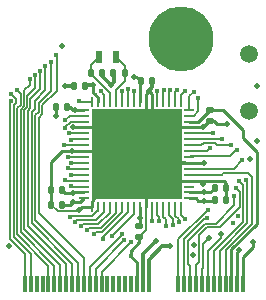
<source format=gtl>
%TF.GenerationSoftware,KiCad,Pcbnew,8.0.8*%
%TF.CreationDate,2025-02-15T11:44:30-05:00*%
%TF.ProjectId,caravel-M.2-card-QFN,63617261-7665-46c2-9d4d-2e322d636172,1*%
%TF.SameCoordinates,Original*%
%TF.FileFunction,Copper,L1,Top*%
%TF.FilePolarity,Positive*%
%FSLAX46Y46*%
G04 Gerber Fmt 4.6, Leading zero omitted, Abs format (unit mm)*
G04 Created by KiCad (PCBNEW 8.0.8) date 2025-02-15 11:44:30*
%MOMM*%
%LPD*%
G01*
G04 APERTURE LIST*
G04 Aperture macros list*
%AMRoundRect*
0 Rectangle with rounded corners*
0 $1 Rounding radius*
0 $2 $3 $4 $5 $6 $7 $8 $9 X,Y pos of 4 corners*
0 Add a 4 corners polygon primitive as box body*
4,1,4,$2,$3,$4,$5,$6,$7,$8,$9,$2,$3,0*
0 Add four circle primitives for the rounded corners*
1,1,$1+$1,$2,$3*
1,1,$1+$1,$4,$5*
1,1,$1+$1,$6,$7*
1,1,$1+$1,$8,$9*
0 Add four rect primitives between the rounded corners*
20,1,$1+$1,$2,$3,$4,$5,0*
20,1,$1+$1,$4,$5,$6,$7,0*
20,1,$1+$1,$6,$7,$8,$9,0*
20,1,$1+$1,$8,$9,$2,$3,0*%
G04 Aperture macros list end*
%TA.AperFunction,SMDPad,CuDef*%
%ADD10RoundRect,0.140000X-0.140000X-0.170000X0.140000X-0.170000X0.140000X0.170000X-0.140000X0.170000X0*%
%TD*%
%TA.AperFunction,SMDPad,CuDef*%
%ADD11RoundRect,0.140000X0.140000X0.170000X-0.140000X0.170000X-0.140000X-0.170000X0.140000X-0.170000X0*%
%TD*%
%TA.AperFunction,SMDPad,CuDef*%
%ADD12RoundRect,0.140000X-0.170000X0.140000X-0.170000X-0.140000X0.170000X-0.140000X0.170000X0.140000X0*%
%TD*%
%TA.AperFunction,SMDPad,CuDef*%
%ADD13RoundRect,0.062500X0.062500X-0.362500X0.062500X0.362500X-0.062500X0.362500X-0.062500X-0.362500X0*%
%TD*%
%TA.AperFunction,SMDPad,CuDef*%
%ADD14RoundRect,0.062500X0.362500X-0.062500X0.362500X0.062500X-0.362500X0.062500X-0.362500X-0.062500X0*%
%TD*%
%TA.AperFunction,SMDPad,CuDef*%
%ADD15R,7.650000X7.650000*%
%TD*%
%TA.AperFunction,SMDPad,CuDef*%
%ADD16RoundRect,0.140000X0.170000X-0.140000X0.170000X0.140000X-0.170000X0.140000X-0.170000X-0.140000X0*%
%TD*%
%TA.AperFunction,SMDPad,CuDef*%
%ADD17R,0.350000X1.450000*%
%TD*%
%TA.AperFunction,ComponentPad*%
%ADD18C,5.500000*%
%TD*%
%TA.AperFunction,ComponentPad*%
%ADD19C,1.500000*%
%TD*%
%TA.AperFunction,SMDPad,CuDef*%
%ADD20R,0.600000X1.100000*%
%TD*%
%TA.AperFunction,ViaPad*%
%ADD21C,0.500000*%
%TD*%
%TA.AperFunction,ViaPad*%
%ADD22C,0.406400*%
%TD*%
%TA.AperFunction,Conductor*%
%ADD23C,0.152400*%
%TD*%
%TA.AperFunction,Conductor*%
%ADD24C,0.254000*%
%TD*%
%TA.AperFunction,Conductor*%
%ADD25C,0.304800*%
%TD*%
G04 APERTURE END LIST*
D10*
X74058729Y-24053049D03*
X75018729Y-24053049D03*
D11*
X81288729Y-34113049D03*
X80328729Y-34113049D03*
D10*
X66468729Y-34483049D03*
X67428729Y-34483049D03*
X66858729Y-26223049D03*
X67818729Y-26223049D03*
D11*
X69375129Y-24453049D03*
X68415129Y-24453049D03*
X72718729Y-23353049D03*
X71758729Y-23353049D03*
D10*
X66468729Y-33233049D03*
X67428729Y-33233049D03*
D12*
X79938729Y-26473049D03*
X79938729Y-27433049D03*
D13*
X69978729Y-34653049D03*
X70478729Y-34653049D03*
X70978729Y-34653049D03*
X71478729Y-34653049D03*
X71978729Y-34653049D03*
X72478729Y-34653049D03*
X72978729Y-34653049D03*
X73478729Y-34653049D03*
X73978729Y-34653049D03*
X74478729Y-34653049D03*
X74978729Y-34653049D03*
X75478729Y-34653049D03*
X75978729Y-34653049D03*
X76478729Y-34653049D03*
X76978729Y-34653049D03*
X77478729Y-34653049D03*
D14*
X78178729Y-33953049D03*
X78178729Y-33453049D03*
X78178729Y-32953049D03*
X78178729Y-32453049D03*
X78178729Y-31953049D03*
X78178729Y-31453049D03*
X78178729Y-30953049D03*
X78178729Y-30453049D03*
X78178729Y-29953049D03*
X78178729Y-29453049D03*
X78178729Y-28953049D03*
X78178729Y-28453049D03*
X78178729Y-27953049D03*
X78178729Y-27453049D03*
X78178729Y-26953049D03*
X78178729Y-26453049D03*
D13*
X77478729Y-25753049D03*
X76978729Y-25753049D03*
X76478729Y-25753049D03*
X75978729Y-25753049D03*
X75478729Y-25753049D03*
X74978729Y-25753049D03*
X74478729Y-25753049D03*
X73978729Y-25753049D03*
X73478729Y-25753049D03*
X72978729Y-25753049D03*
X72478729Y-25753049D03*
X71978729Y-25753049D03*
X71478729Y-25753049D03*
X70978729Y-25753049D03*
X70478729Y-25753049D03*
X69978729Y-25753049D03*
D14*
X69278729Y-26453049D03*
X69278729Y-26953049D03*
X69278729Y-27453049D03*
X69278729Y-27953049D03*
X69278729Y-28453049D03*
X69278729Y-28953049D03*
X69278729Y-29453049D03*
X69278729Y-29953049D03*
X69278729Y-30453049D03*
X69278729Y-30953049D03*
X69278729Y-31453049D03*
X69278729Y-31953049D03*
X69278729Y-32453049D03*
X69278729Y-32953049D03*
X69278729Y-33453049D03*
X69278729Y-33953049D03*
D15*
X73728729Y-30203049D03*
D16*
X73958729Y-37243049D03*
X73958729Y-36283049D03*
D17*
X82748140Y-41227460D03*
X82247760Y-41227460D03*
X81749920Y-41227460D03*
X81249540Y-41227460D03*
X80749160Y-41227460D03*
X80248780Y-41227460D03*
X79748400Y-41227460D03*
X79248020Y-41227460D03*
X78747640Y-41227460D03*
X78249800Y-41227460D03*
X77749420Y-41227460D03*
X77249040Y-41227460D03*
X74749680Y-41227460D03*
X74249300Y-41227460D03*
X73748920Y-41227460D03*
X73251080Y-41227460D03*
X72750700Y-41227460D03*
X72250320Y-41227460D03*
X71752480Y-41227460D03*
X71252100Y-41227460D03*
X70751720Y-41227460D03*
X70251340Y-41227460D03*
X69750960Y-41227460D03*
X69250580Y-41227460D03*
X68750200Y-41227460D03*
X68252360Y-41227460D03*
X67751980Y-41227460D03*
X67251600Y-41227460D03*
X66751220Y-41227460D03*
X66250840Y-41227460D03*
X65750460Y-41227460D03*
X65250080Y-41227460D03*
X64752240Y-41227460D03*
X64251860Y-41227460D03*
D18*
X77450000Y-20500000D03*
D11*
X70818729Y-23353049D03*
X69858729Y-23353049D03*
D19*
X83238729Y-21703049D03*
X83238729Y-26583049D03*
D11*
X81288729Y-33046249D03*
X80328729Y-33046249D03*
D20*
X70538729Y-21953049D03*
X71938729Y-21953049D03*
D21*
X67438729Y-21041849D03*
D22*
X73228729Y-38874349D03*
D21*
X78518729Y-38771049D03*
X74723861Y-24851338D03*
X79338729Y-27953049D03*
X83881129Y-29068249D03*
D22*
X75038729Y-30403049D03*
X82306329Y-35469049D03*
D21*
X62938729Y-38003049D03*
X79358729Y-32743049D03*
D22*
X81899929Y-36027849D03*
D21*
X83938729Y-24453049D03*
X83338729Y-30653049D03*
X81338729Y-27653049D03*
X67675929Y-24445449D03*
X71538729Y-24353049D03*
X68328729Y-27953049D03*
X68208729Y-29953049D03*
X79438729Y-30963049D03*
X66858729Y-26963049D03*
X68858729Y-34923049D03*
D22*
X77738729Y-30953049D03*
D21*
X83598729Y-37646308D03*
X68308729Y-33473049D03*
X68508729Y-26453049D03*
X75338729Y-37553049D03*
X73978729Y-35653049D03*
X80838729Y-36953049D03*
X76515129Y-38009049D03*
X73467129Y-23683449D03*
X70063529Y-24343849D03*
X82407929Y-38313849D03*
X79438729Y-34153049D03*
X68368729Y-34293049D03*
X78572529Y-37932849D03*
X79833729Y-37348049D03*
X79408729Y-33453049D03*
D22*
X77801662Y-35726541D03*
X83008729Y-32403049D03*
X82648729Y-30733049D03*
X77286680Y-35943459D03*
X82398729Y-32473049D03*
X82218729Y-29893049D03*
X76780539Y-36180275D03*
X81718729Y-29403049D03*
X82098729Y-33073049D03*
X76227055Y-36257188D03*
X80978729Y-28903049D03*
X81988729Y-33713049D03*
X80213729Y-28428049D03*
X79718729Y-35603049D03*
X79958729Y-29683049D03*
X79728729Y-34933049D03*
X75638729Y-35853049D03*
X75038729Y-35853049D03*
X71608729Y-37113049D03*
X70908729Y-37373049D03*
X70148729Y-36963049D03*
X69508729Y-36613049D03*
X68978729Y-36333049D03*
X78938729Y-25453049D03*
X73268729Y-37643049D03*
X68468729Y-35933049D03*
X72682260Y-37480993D03*
X78538729Y-24953049D03*
X68068729Y-35503049D03*
X72438729Y-36978049D03*
X77838729Y-24853049D03*
X68138729Y-32884349D03*
X66913929Y-21854649D03*
X77135617Y-24764884D03*
X67641496Y-32400282D03*
X66507529Y-22413449D03*
X76577729Y-24743369D03*
X68158729Y-31953049D03*
X65999529Y-22769049D03*
X76021615Y-24792756D03*
X67882941Y-31418837D03*
X75468710Y-24873726D03*
X65537132Y-23129337D03*
X68198729Y-30953049D03*
X65144197Y-23526657D03*
X73478729Y-24903049D03*
X67906557Y-30477300D03*
X72978729Y-24653049D03*
X64678729Y-23835849D03*
X67588729Y-29453049D03*
X63561129Y-24801049D03*
X72478729Y-24903049D03*
X68178729Y-28973049D03*
X67983491Y-28449999D03*
X67658729Y-27963049D03*
X63053129Y-25156649D03*
X70673129Y-24903049D03*
X67635332Y-27359652D03*
X63042629Y-25733049D03*
X68847067Y-25721376D03*
D23*
X67038729Y-35053049D02*
X68728729Y-35053049D01*
D24*
X74978729Y-25106206D02*
X74978729Y-25753049D01*
X80288729Y-27433049D02*
X80488729Y-27633049D01*
X79338729Y-27953049D02*
X79858729Y-27433049D01*
X66858729Y-26223049D02*
X66858729Y-26963049D01*
X79858729Y-27433049D02*
X80288729Y-27433049D01*
X78178729Y-27953049D02*
X75978729Y-27953049D01*
X74478729Y-34653049D02*
X74478729Y-30953049D01*
X73228729Y-38874349D02*
X73748920Y-39394540D01*
X69128729Y-34653049D02*
X68858729Y-34923049D01*
X73958729Y-37663049D02*
X73958729Y-37243049D01*
D25*
X71538729Y-24353049D02*
X71790729Y-24101049D01*
D24*
X81338729Y-27653049D02*
X80508729Y-27653049D01*
X78178729Y-32453049D02*
X75978729Y-32453049D01*
X67358729Y-29953049D02*
X68208729Y-29953049D01*
X74978729Y-25753049D02*
X74978729Y-28953049D01*
D23*
X74528729Y-36673049D02*
X73958729Y-37243049D01*
D24*
X79068729Y-32453049D02*
X78178729Y-32453049D01*
D23*
X66468729Y-34483049D02*
X67038729Y-35053049D01*
D25*
X71538729Y-24353049D02*
X70818729Y-23633049D01*
D24*
X78178729Y-30953049D02*
X74478729Y-30953049D01*
X79438729Y-30963049D02*
X79428729Y-30953049D01*
X69278729Y-27953049D02*
X68328729Y-27953049D01*
D25*
X75018729Y-24556470D02*
X74723861Y-24851338D01*
X71790729Y-24101049D02*
X71790729Y-23385049D01*
D24*
X74471750Y-25103449D02*
X74471750Y-25746070D01*
X81088729Y-32453049D02*
X81288729Y-32653049D01*
D25*
X75018729Y-24053049D02*
X75018729Y-24556470D01*
D24*
X69278729Y-29953049D02*
X68208729Y-29953049D01*
X69978729Y-34653049D02*
X69978729Y-34156249D01*
X79338729Y-27953049D02*
X78178729Y-27953049D01*
X73748920Y-39394540D02*
X73748920Y-41227460D01*
X79358729Y-32743049D02*
X79068729Y-32453049D01*
X74723861Y-24851338D02*
X74978729Y-25106206D01*
D25*
X70818729Y-23633049D02*
X70818729Y-23353049D01*
D24*
X73228729Y-38874349D02*
X73228729Y-38393049D01*
D23*
X68728729Y-35053049D02*
X68858729Y-34923049D01*
D24*
X69278729Y-27953049D02*
X71478729Y-27953049D01*
X74471750Y-25746070D02*
X74478729Y-25753049D01*
X81298729Y-34126449D02*
X81298729Y-33059649D01*
X69278729Y-29953049D02*
X73478729Y-29953049D01*
X78678729Y-32453049D02*
X81088729Y-32453049D01*
X69978729Y-34156249D02*
X70096529Y-34038449D01*
D25*
X67675929Y-24445449D02*
X68407529Y-24445449D01*
D23*
X74528729Y-34703049D02*
X74528729Y-36673049D01*
D24*
X81288729Y-32653049D02*
X81288729Y-33046249D01*
X73228729Y-38393049D02*
X73958729Y-37663049D01*
X66438729Y-33263049D02*
X66438729Y-34393049D01*
X69978729Y-34653049D02*
X69128729Y-34653049D01*
X66468729Y-33233049D02*
X66468729Y-30843049D01*
X74478729Y-25753049D02*
X74478729Y-29453049D01*
X66468729Y-30843049D02*
X67358729Y-29953049D01*
X74723861Y-24851338D02*
X74471750Y-25103449D01*
X79428729Y-30953049D02*
X78178729Y-30953049D01*
X83598729Y-37646308D02*
X83598729Y-38037449D01*
X68308729Y-33473049D02*
X67668729Y-33473049D01*
X69278729Y-33453049D02*
X68328729Y-33453049D01*
X83598729Y-38037449D02*
X82748140Y-38888038D01*
X68328729Y-33453049D02*
X68308729Y-33473049D01*
X67668729Y-33473049D02*
X67408729Y-33213049D01*
X82748140Y-38888038D02*
X82748140Y-41227460D01*
X68338729Y-26453049D02*
X68108729Y-26223049D01*
D25*
X74249300Y-38642478D02*
X74249300Y-41227460D01*
X75338729Y-37553049D02*
X74249300Y-38642478D01*
D24*
X68508729Y-26453049D02*
X68338729Y-26453049D01*
X68108729Y-26223049D02*
X67818729Y-26223049D01*
X68508729Y-26453049D02*
X69278729Y-26453049D01*
D23*
X80838729Y-37293049D02*
X79748400Y-38383378D01*
X80838729Y-36953049D02*
X80838729Y-37293049D01*
D24*
X73978729Y-35653049D02*
X73978729Y-36263049D01*
X73978729Y-35653049D02*
X73978729Y-34653049D01*
D23*
X79748400Y-38383378D02*
X79748400Y-41227460D01*
D24*
X73689129Y-23683449D02*
X74058729Y-24053049D01*
D25*
X69484329Y-24343849D02*
X70063529Y-24343849D01*
X74749680Y-39142098D02*
X74749680Y-41227460D01*
D24*
X73978729Y-25753049D02*
X73978729Y-24133049D01*
X73467129Y-23683449D02*
X73689129Y-23683449D01*
D25*
X75882729Y-38009049D02*
X74749680Y-39142098D01*
X76515129Y-38009049D02*
X75882729Y-38009049D01*
D24*
X70063529Y-24343849D02*
X70063529Y-25004249D01*
X70158729Y-25099449D02*
X70163539Y-25099449D01*
X70478729Y-25414639D02*
X70478729Y-25753049D01*
X70063529Y-25004249D02*
X70158729Y-25099449D01*
X70163539Y-25099449D02*
X70478729Y-25414639D01*
X68118729Y-34543049D02*
X67548729Y-34543049D01*
X79438729Y-34153049D02*
X80288729Y-34153049D01*
X68368729Y-34293049D02*
X68118729Y-34543049D01*
X78938729Y-34153049D02*
X78738729Y-33953049D01*
X68368729Y-34293049D02*
X68938729Y-34293049D01*
X79438729Y-34153049D02*
X78938729Y-34153049D01*
X68938729Y-34293049D02*
X69278729Y-33953049D01*
X82247760Y-38474018D02*
X82247760Y-41227460D01*
X78738729Y-33953049D02*
X78178729Y-33953049D01*
X82407929Y-38313849D02*
X82247760Y-38474018D01*
X78178729Y-27453049D02*
X78938729Y-27453049D01*
X82738729Y-28853049D02*
X82738729Y-28153049D01*
X82738729Y-28153049D02*
X81058729Y-26473049D01*
X81749920Y-38246258D02*
X83881129Y-36115049D01*
X83881129Y-36115049D02*
X83881129Y-29995449D01*
X81749920Y-41227460D02*
X81749920Y-38246258D01*
X83881129Y-29995449D02*
X82738729Y-28853049D01*
X81058729Y-26473049D02*
X79938729Y-26473049D01*
X78938729Y-27453049D02*
X79918729Y-26473049D01*
D23*
X79348729Y-39822259D02*
X79248020Y-39922968D01*
D24*
X79921929Y-33453049D02*
X80328729Y-33046249D01*
D23*
X79248020Y-39922968D02*
X79248020Y-41227460D01*
D24*
X78178729Y-33453049D02*
X79921929Y-33453049D01*
D23*
X79348729Y-37833049D02*
X79348729Y-39822259D01*
X79833729Y-37348049D02*
X79348729Y-37833049D01*
X81048729Y-31843049D02*
X83138729Y-31843049D01*
X83458729Y-36103049D02*
X81249540Y-38312238D01*
X83138729Y-31843049D02*
X83458729Y-32163049D01*
X83458729Y-32163049D02*
X83458729Y-36103049D01*
X81249540Y-38312238D02*
X81249540Y-41227460D01*
X78178729Y-31953049D02*
X80938729Y-31953049D01*
X80938729Y-31953049D02*
X81048729Y-31843049D01*
X77478729Y-35403608D02*
X77478729Y-34793049D01*
X77801662Y-35726541D02*
X77478729Y-35403608D01*
X82648729Y-30733049D02*
X81938729Y-31443049D01*
X83098729Y-36063049D02*
X80749160Y-38412618D01*
X83098729Y-32493049D02*
X83098729Y-36063049D01*
X80749160Y-38412618D02*
X80749160Y-41227460D01*
X81938729Y-31443049D02*
X78188729Y-31443049D01*
X83008729Y-32403049D02*
X83098729Y-32493049D01*
X77286680Y-35943459D02*
X77286680Y-35709054D01*
X76988729Y-35411103D02*
X76988729Y-34663049D01*
X77286680Y-35709054D02*
X76988729Y-35411103D01*
X82168729Y-29893049D02*
X81659229Y-30402549D01*
X78229229Y-30402549D02*
X78178729Y-30453049D01*
X82398729Y-32473049D02*
X82758729Y-32833049D01*
X80248780Y-38442998D02*
X80248780Y-41227460D01*
X81659229Y-30402549D02*
X78229229Y-30402549D01*
X82218729Y-29893049D02*
X82168729Y-29893049D01*
X82758729Y-35933049D02*
X80248780Y-38442998D01*
X82758729Y-32833049D02*
X82758729Y-35933049D01*
X76780539Y-35694859D02*
X76478729Y-35393049D01*
X76478729Y-35393049D02*
X76478729Y-34653049D01*
X76780539Y-36180275D02*
X76780539Y-35694859D01*
X79028729Y-39323049D02*
X78747640Y-39604138D01*
X79028729Y-37043049D02*
X79028729Y-39323049D01*
X79188729Y-29453049D02*
X78178729Y-29453049D01*
X82458729Y-33433049D02*
X82458729Y-34683049D01*
X79678729Y-36393049D02*
X79028729Y-37043049D01*
X80748729Y-36393049D02*
X79678729Y-36393049D01*
X80362258Y-29251249D02*
X79390529Y-29251249D01*
X79390529Y-29251249D02*
X79188729Y-29453049D01*
X80514058Y-29403049D02*
X80362258Y-29251249D01*
X78747640Y-39604138D02*
X78747640Y-41227460D01*
X82458729Y-34683049D02*
X80748729Y-36393049D01*
X82098729Y-33073049D02*
X82458729Y-33433049D01*
X81718729Y-29403049D02*
X80514058Y-29403049D01*
X75978729Y-35493049D02*
X75978729Y-34699109D01*
X76227055Y-36257188D02*
X76227055Y-35741375D01*
X76227055Y-35741375D02*
X75978729Y-35493049D01*
X80448729Y-36083049D02*
X79507929Y-36083049D01*
X78249800Y-39686620D02*
X78249800Y-41227460D01*
X81988729Y-34543049D02*
X80448729Y-36083049D01*
X79507929Y-36083049D02*
X78039129Y-37551849D01*
X80928729Y-28953049D02*
X78178729Y-28953049D01*
X80978729Y-28903049D02*
X80928729Y-28953049D01*
X78039129Y-37551849D02*
X78039129Y-39475949D01*
X81988729Y-33713049D02*
X81988729Y-34543049D01*
X78039129Y-39475949D02*
X78249800Y-39686620D01*
X80213729Y-28428049D02*
X80188729Y-28453049D01*
X80188729Y-28453049D02*
X78178729Y-28453049D01*
X79530729Y-35603049D02*
X77749420Y-37384358D01*
X79718729Y-35603049D02*
X79530729Y-35603049D01*
X77749420Y-37384358D02*
X77749420Y-41227460D01*
X79958729Y-29683049D02*
X79688729Y-29953049D01*
X79728729Y-34933049D02*
X79728729Y-34947849D01*
X77249040Y-37427538D02*
X77249040Y-41227460D01*
X79728729Y-34947849D02*
X77249040Y-37427538D01*
X79688729Y-29953049D02*
X78178729Y-29953049D01*
X75638729Y-35853049D02*
X75638729Y-35553049D01*
X75478729Y-35393049D02*
X75478729Y-34653049D01*
X75638729Y-35553049D02*
X75478729Y-35393049D01*
X75038729Y-35853049D02*
X74978729Y-35793049D01*
X74978729Y-35793049D02*
X74978729Y-34653049D01*
X73478729Y-35243049D02*
X73478729Y-34653049D01*
X71608729Y-37113049D02*
X73478729Y-35243049D01*
X72978729Y-35118049D02*
X72978729Y-34653049D01*
X70908729Y-37373049D02*
X70908729Y-37188049D01*
X70908729Y-37188049D02*
X72978729Y-35118049D01*
X70778729Y-36843049D02*
X72478729Y-35143049D01*
X72478729Y-35143049D02*
X72478729Y-34653049D01*
X70268729Y-36843049D02*
X70778729Y-36843049D01*
X70148729Y-36963049D02*
X70268729Y-36843049D01*
X69668729Y-36453049D02*
X70733729Y-36453049D01*
X70733729Y-36453049D02*
X71978729Y-35208049D01*
X69508729Y-36613049D02*
X69668729Y-36453049D01*
X71978729Y-35208049D02*
X71978729Y-34653049D01*
X68978729Y-36333049D02*
X69148729Y-36163049D01*
X71478729Y-35153049D02*
X71478729Y-34653049D01*
X70468729Y-36163049D02*
X71478729Y-35153049D01*
X69148729Y-36163049D02*
X70468729Y-36163049D01*
X78938729Y-26578049D02*
X78563729Y-26953049D01*
X70751720Y-40160058D02*
X70751720Y-41227460D01*
X78563729Y-26953049D02*
X78488729Y-26953049D01*
X78938729Y-25453049D02*
X78938729Y-26578049D01*
X73268729Y-37643049D02*
X70751720Y-40160058D01*
X68468729Y-35933049D02*
X68588729Y-35813049D01*
X68588729Y-35813049D02*
X70268729Y-35813049D01*
X70268729Y-35813049D02*
X70978729Y-35103049D01*
X70978729Y-35103049D02*
X70978729Y-34653049D01*
X72682260Y-37480993D02*
X72682260Y-37509518D01*
X78187929Y-25303849D02*
X78187929Y-26443849D01*
X72682260Y-37509518D02*
X70251340Y-39940438D01*
X70251340Y-39940438D02*
X70251340Y-41227460D01*
X78538729Y-24953049D02*
X78187929Y-25303849D01*
X68138729Y-35433049D02*
X69965297Y-35433049D01*
X68068729Y-35503049D02*
X68138729Y-35433049D01*
X69965297Y-35433049D02*
X70478729Y-34919617D01*
X77838729Y-24853049D02*
X77478729Y-25213049D01*
X72438729Y-36978049D02*
X72438729Y-37053049D01*
X77478729Y-25213049D02*
X77478729Y-25753049D01*
X72438729Y-37053049D02*
X69750960Y-39740818D01*
X69750960Y-39740818D02*
X69750960Y-41227460D01*
X68138729Y-32884349D02*
X68207429Y-32953049D01*
X68207429Y-32953049D02*
X69278729Y-32953049D01*
X66913929Y-21854649D02*
X66939329Y-21880049D01*
X65438729Y-27153049D02*
X65438729Y-35208797D01*
X69250580Y-39020648D02*
X69250580Y-41227460D01*
X65745529Y-26071249D02*
X65745529Y-26846249D01*
X66939329Y-24877449D02*
X65745529Y-26071249D01*
X65438729Y-35208797D02*
X69250580Y-39020648D01*
X66939329Y-21880049D02*
X66939329Y-24877449D01*
X77135617Y-24764884D02*
X76978729Y-24921772D01*
X76978729Y-24921772D02*
X76978729Y-25753049D01*
X65745529Y-26846249D02*
X65438729Y-27153049D01*
X67694263Y-32453049D02*
X69278729Y-32453049D01*
X67641496Y-32400282D02*
X67694263Y-32453049D01*
X76478729Y-25753049D02*
X76478729Y-24842369D01*
X66507529Y-22413449D02*
X66507529Y-24841799D01*
X68750200Y-39388120D02*
X68750200Y-41227460D01*
X65138729Y-26903049D02*
X65138729Y-35776649D01*
X65438729Y-25910599D02*
X65438729Y-26603049D01*
X66507529Y-24841799D02*
X65438729Y-25910599D01*
X65138729Y-35776649D02*
X68750200Y-39388120D01*
X76478729Y-24842369D02*
X76577729Y-24743369D01*
X65438729Y-26603049D02*
X65138729Y-26903049D01*
X68158729Y-31953049D02*
X69278729Y-31953049D01*
X68252360Y-39499880D02*
X68252360Y-41227460D01*
X64831129Y-26680649D02*
X64831129Y-36078649D01*
X65085129Y-25706649D02*
X65085129Y-26426649D01*
X65999529Y-22769049D02*
X65999529Y-24792249D01*
X65999529Y-24792249D02*
X65085129Y-25706649D01*
X65085129Y-26426649D02*
X64831129Y-26680649D01*
X76021615Y-24792756D02*
X75978729Y-24835642D01*
X64831129Y-36078649D02*
X68252360Y-39499880D01*
X75978729Y-24835642D02*
X75978729Y-25753049D01*
X67882941Y-31418837D02*
X67917152Y-31453049D01*
X67917152Y-31453049D02*
X69278729Y-31453049D01*
X65537132Y-23129337D02*
X65575997Y-23168202D01*
X65575997Y-23168202D02*
X65575997Y-24665781D01*
X64729529Y-26335879D02*
X64526329Y-26539079D01*
X67751980Y-39507500D02*
X67751980Y-41227460D01*
X64729529Y-25512249D02*
X64729529Y-26335879D01*
X65575997Y-24665781D02*
X64729529Y-25512249D01*
X64526329Y-36281849D02*
X67751980Y-39507500D01*
X75478729Y-24883745D02*
X75478729Y-25753049D01*
X64526329Y-26539079D02*
X64526329Y-36281849D01*
X75468710Y-24873726D02*
X75478729Y-24883745D01*
X68198729Y-30953049D02*
X69278729Y-30953049D01*
X73478729Y-24903049D02*
X73478729Y-25753049D01*
X65144197Y-23526657D02*
X65144197Y-24640381D01*
X65144197Y-24640381D02*
X64475529Y-25309049D01*
X64475529Y-26230669D02*
X64221529Y-26484669D01*
X64221529Y-26484669D02*
X64221529Y-36586649D01*
X64475529Y-25309049D02*
X64475529Y-26230669D01*
X67251600Y-39616720D02*
X67251600Y-41227460D01*
X64221529Y-36586649D02*
X67251600Y-39616720D01*
X68031886Y-30453049D02*
X69278729Y-30453049D01*
X67906557Y-30477300D02*
X68007635Y-30477300D01*
X68007635Y-30477300D02*
X68031886Y-30453049D01*
X64678729Y-24343849D02*
X64221529Y-24801049D01*
X66751220Y-39675140D02*
X66751220Y-41227460D01*
X63916729Y-36840649D02*
X66751220Y-39675140D01*
X64221529Y-26125459D02*
X63916729Y-26430259D01*
X64221529Y-24801049D02*
X64221529Y-26125459D01*
X63916729Y-26430259D02*
X63916729Y-36840649D01*
X64678729Y-23835849D02*
X64678729Y-24343849D01*
X72978729Y-25753049D02*
X72978729Y-24653049D01*
X67588729Y-29453049D02*
X69278729Y-29453049D01*
X63916729Y-26020249D02*
X63611929Y-26325049D01*
X72478729Y-24903049D02*
X72478729Y-25753049D01*
X63916729Y-25156649D02*
X63916729Y-26020249D01*
X63561129Y-24801049D02*
X63916729Y-25156649D01*
X66250840Y-39649360D02*
X66250840Y-41227460D01*
X63611929Y-26325049D02*
X63611929Y-37010449D01*
X63611929Y-37010449D02*
X66250840Y-39649360D01*
X68178729Y-28973049D02*
X68198729Y-28953049D01*
X68198729Y-28953049D02*
X69278729Y-28953049D01*
X72718729Y-24052391D02*
X72718729Y-23353049D01*
X71978729Y-24792391D02*
X72718729Y-24052391D01*
X72718729Y-22733049D02*
X71938729Y-21953049D01*
X71978729Y-25753049D02*
X71978729Y-24792391D01*
X72718729Y-23353049D02*
X72718729Y-22733049D01*
X67983491Y-28449999D02*
X67986541Y-28453049D01*
X67986541Y-28453049D02*
X69278729Y-28453049D01*
X71478729Y-25047849D02*
X71478729Y-25753049D01*
X69858729Y-22633049D02*
X70538729Y-21953049D01*
X69858729Y-23427849D02*
X71478729Y-25047849D01*
X69858729Y-23353049D02*
X69858729Y-22633049D01*
X67658729Y-27946206D02*
X68151886Y-27453049D01*
X67658729Y-27963049D02*
X67658729Y-27946206D01*
X68151886Y-27453049D02*
X69278729Y-27453049D01*
X63053129Y-25156649D02*
X63076887Y-25156649D01*
X63307129Y-26079207D02*
X63307129Y-37221449D01*
X63474429Y-25554191D02*
X63474429Y-25911907D01*
X63076887Y-25156649D02*
X63474429Y-25554191D01*
X70978729Y-25208649D02*
X70978729Y-25753049D01*
X70673129Y-24903049D02*
X70978729Y-25208649D01*
X63307129Y-37221449D02*
X64752240Y-38666560D01*
X64752240Y-38666560D02*
X64752240Y-41227460D01*
X63474429Y-25911907D02*
X63307129Y-26079207D01*
X67635332Y-27359652D02*
X68041935Y-26953049D01*
X68041935Y-26953049D02*
X69278729Y-26953049D01*
X63002329Y-37375859D02*
X64251860Y-38625390D01*
X68878740Y-25753049D02*
X69978729Y-25753049D01*
X68847067Y-25721376D02*
X68878740Y-25753049D01*
X63002329Y-25773349D02*
X63002329Y-37375859D01*
X63042629Y-25733049D02*
X63002329Y-25773349D01*
X64251860Y-38625390D02*
X64251860Y-41227460D01*
M02*

</source>
